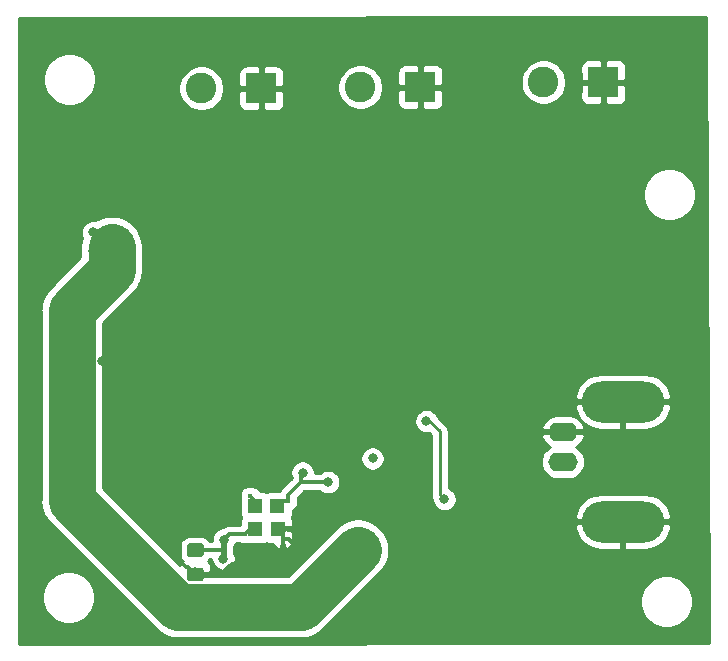
<source format=gbr>
G04 #@! TF.GenerationSoftware,KiCad,Pcbnew,(5.1.0)-1*
G04 #@! TF.CreationDate,2020-05-22T07:58:56-04:00*
G04 #@! TF.ProjectId,SiPMV4-30050,5369504d-5634-42d3-9330-3035302e6b69,rev?*
G04 #@! TF.SameCoordinates,Original*
G04 #@! TF.FileFunction,Copper,L2,Bot*
G04 #@! TF.FilePolarity,Positive*
%FSLAX46Y46*%
G04 Gerber Fmt 4.6, Leading zero omitted, Abs format (unit mm)*
G04 Created by KiCad (PCBNEW (5.1.0)-1) date 2020-05-22 07:58:56*
%MOMM*%
%LPD*%
G04 APERTURE LIST*
%ADD10O,7.000000X3.500000*%
%ADD11O,2.500000X1.600000*%
%ADD12R,0.420000X0.420000*%
%ADD13R,1.300000X1.300000*%
%ADD14C,0.100000*%
%ADD15C,1.150000*%
%ADD16C,2.600000*%
%ADD17R,2.600000X2.600000*%
%ADD18C,0.800000*%
%ADD19C,0.500000*%
%ADD20C,0.400000*%
%ADD21C,0.300000*%
%ADD22C,0.350000*%
%ADD23C,4.000000*%
%ADD24C,0.250000*%
%ADD25C,0.254000*%
G04 APERTURE END LIST*
D10*
X185808620Y-48145700D03*
X185808620Y-58305700D03*
D11*
X180728620Y-53225700D03*
X180728620Y-50685700D03*
D12*
X157008540Y-59770220D03*
X157418540Y-56540220D03*
X154238540Y-56120220D03*
X153828540Y-59350220D03*
D13*
X156568540Y-58910220D03*
X156558540Y-56980220D03*
X154678540Y-56980220D03*
X154688540Y-58910220D03*
D14*
G36*
X150080505Y-60123204D02*
G01*
X150104773Y-60126804D01*
X150128572Y-60132765D01*
X150151671Y-60141030D01*
X150173850Y-60151520D01*
X150194893Y-60164132D01*
X150214599Y-60178747D01*
X150232777Y-60195223D01*
X150249253Y-60213401D01*
X150263868Y-60233107D01*
X150276480Y-60254150D01*
X150286970Y-60276329D01*
X150295235Y-60299428D01*
X150301196Y-60323227D01*
X150304796Y-60347495D01*
X150306000Y-60371999D01*
X150306000Y-61022001D01*
X150304796Y-61046505D01*
X150301196Y-61070773D01*
X150295235Y-61094572D01*
X150286970Y-61117671D01*
X150276480Y-61139850D01*
X150263868Y-61160893D01*
X150249253Y-61180599D01*
X150232777Y-61198777D01*
X150214599Y-61215253D01*
X150194893Y-61229868D01*
X150173850Y-61242480D01*
X150151671Y-61252970D01*
X150128572Y-61261235D01*
X150104773Y-61267196D01*
X150080505Y-61270796D01*
X150056001Y-61272000D01*
X149155999Y-61272000D01*
X149131495Y-61270796D01*
X149107227Y-61267196D01*
X149083428Y-61261235D01*
X149060329Y-61252970D01*
X149038150Y-61242480D01*
X149017107Y-61229868D01*
X148997401Y-61215253D01*
X148979223Y-61198777D01*
X148962747Y-61180599D01*
X148948132Y-61160893D01*
X148935520Y-61139850D01*
X148925030Y-61117671D01*
X148916765Y-61094572D01*
X148910804Y-61070773D01*
X148907204Y-61046505D01*
X148906000Y-61022001D01*
X148906000Y-60371999D01*
X148907204Y-60347495D01*
X148910804Y-60323227D01*
X148916765Y-60299428D01*
X148925030Y-60276329D01*
X148935520Y-60254150D01*
X148948132Y-60233107D01*
X148962747Y-60213401D01*
X148979223Y-60195223D01*
X148997401Y-60178747D01*
X149017107Y-60164132D01*
X149038150Y-60151520D01*
X149060329Y-60141030D01*
X149083428Y-60132765D01*
X149107227Y-60126804D01*
X149131495Y-60123204D01*
X149155999Y-60122000D01*
X150056001Y-60122000D01*
X150080505Y-60123204D01*
X150080505Y-60123204D01*
G37*
D15*
X149606000Y-60697000D03*
D14*
G36*
X150080505Y-62173204D02*
G01*
X150104773Y-62176804D01*
X150128572Y-62182765D01*
X150151671Y-62191030D01*
X150173850Y-62201520D01*
X150194893Y-62214132D01*
X150214599Y-62228747D01*
X150232777Y-62245223D01*
X150249253Y-62263401D01*
X150263868Y-62283107D01*
X150276480Y-62304150D01*
X150286970Y-62326329D01*
X150295235Y-62349428D01*
X150301196Y-62373227D01*
X150304796Y-62397495D01*
X150306000Y-62421999D01*
X150306000Y-63072001D01*
X150304796Y-63096505D01*
X150301196Y-63120773D01*
X150295235Y-63144572D01*
X150286970Y-63167671D01*
X150276480Y-63189850D01*
X150263868Y-63210893D01*
X150249253Y-63230599D01*
X150232777Y-63248777D01*
X150214599Y-63265253D01*
X150194893Y-63279868D01*
X150173850Y-63292480D01*
X150151671Y-63302970D01*
X150128572Y-63311235D01*
X150104773Y-63317196D01*
X150080505Y-63320796D01*
X150056001Y-63322000D01*
X149155999Y-63322000D01*
X149131495Y-63320796D01*
X149107227Y-63317196D01*
X149083428Y-63311235D01*
X149060329Y-63302970D01*
X149038150Y-63292480D01*
X149017107Y-63279868D01*
X148997401Y-63265253D01*
X148979223Y-63248777D01*
X148962747Y-63230599D01*
X148948132Y-63210893D01*
X148935520Y-63189850D01*
X148925030Y-63167671D01*
X148916765Y-63144572D01*
X148910804Y-63120773D01*
X148907204Y-63096505D01*
X148906000Y-63072001D01*
X148906000Y-62421999D01*
X148907204Y-62397495D01*
X148910804Y-62373227D01*
X148916765Y-62349428D01*
X148925030Y-62326329D01*
X148935520Y-62304150D01*
X148948132Y-62283107D01*
X148962747Y-62263401D01*
X148979223Y-62245223D01*
X148997401Y-62228747D01*
X149017107Y-62214132D01*
X149038150Y-62201520D01*
X149060329Y-62191030D01*
X149083428Y-62182765D01*
X149107227Y-62176804D01*
X149131495Y-62173204D01*
X149155999Y-62172000D01*
X150056001Y-62172000D01*
X150080505Y-62173204D01*
X150080505Y-62173204D01*
G37*
D15*
X149606000Y-62747000D03*
D16*
X179070000Y-21082000D03*
D17*
X184150000Y-21082000D03*
D16*
X163568380Y-21503640D03*
D17*
X168648380Y-21503640D03*
X155191460Y-21600160D03*
D16*
X150111460Y-21600160D03*
D18*
X151980900Y-61417200D03*
X152028500Y-59807500D03*
X143306800Y-55880000D03*
X167513000Y-41910000D03*
X171460160Y-46339760D03*
X176992280Y-55219600D03*
X164615211Y-52939995D03*
X171958000Y-42926000D03*
X174752000Y-42672000D03*
X180848000Y-42672000D03*
X183896000Y-36576000D03*
X150114000Y-41402000D03*
X144780000Y-41402000D03*
X152871500Y-34253500D03*
X153111200Y-46278800D03*
X141732000Y-44704000D03*
X164909500Y-64168020D03*
X185592720Y-28839160D03*
X161798000Y-57658000D03*
X140936980Y-33794700D03*
X142788640Y-33794700D03*
X140975080Y-35372040D03*
X142788640Y-35410140D03*
X140896340Y-36870640D03*
X142514320Y-36987480D03*
X163385500Y-60657740D03*
X170688000Y-56388000D03*
X169164000Y-49784000D03*
X160858560Y-54950000D03*
X158688000Y-54144500D03*
D19*
X152028500Y-60638500D02*
X152028500Y-59807500D01*
D20*
X152028500Y-61369600D02*
X151980900Y-61417200D01*
D19*
X152028500Y-60638500D02*
X152028500Y-61369600D01*
D21*
X151970000Y-60697000D02*
X152028500Y-60638500D01*
X149606000Y-60697000D02*
X151970000Y-60697000D01*
X152485780Y-59350220D02*
X152028500Y-59807500D01*
X153828540Y-59350220D02*
X152485780Y-59350220D01*
X154268540Y-58910220D02*
X153828540Y-59350220D01*
X154688540Y-58910220D02*
X154268540Y-58910220D01*
D19*
X151384000Y-34798000D02*
X151384000Y-34544000D01*
D22*
X157988500Y-60788500D02*
X156933900Y-61843100D01*
X158388500Y-60788500D02*
X157988500Y-60788500D01*
X151798102Y-62747000D02*
X150406000Y-62747000D01*
X150406000Y-62747000D02*
X149606000Y-62747000D01*
X156933900Y-61843100D02*
X152702002Y-61843100D01*
X152702002Y-61843100D02*
X151798102Y-62747000D01*
X148982628Y-62123628D02*
X148785888Y-62123628D01*
X149606000Y-62747000D02*
X148982628Y-62123628D01*
X148785888Y-62123628D02*
X146194780Y-59532520D01*
D21*
X157988500Y-60240180D02*
X157988500Y-60788500D01*
X157008540Y-59770220D02*
X157518540Y-59770220D01*
X157518540Y-59770220D02*
X157988500Y-60240180D01*
X157008540Y-59350220D02*
X156568540Y-58910220D01*
X157008540Y-59770220D02*
X157008540Y-59350220D01*
X157008540Y-60280220D02*
X156959300Y-60329460D01*
X157008540Y-59770220D02*
X157008540Y-60280220D01*
X154678540Y-56560220D02*
X154238540Y-56120220D01*
X154678540Y-56980220D02*
X154678540Y-56560220D01*
D23*
X148141170Y-65522010D02*
X158521230Y-65522010D01*
X139131999Y-56512839D02*
X148141170Y-65522010D01*
X142514320Y-36987480D02*
X139131999Y-40369801D01*
X139131999Y-40369801D02*
X139131999Y-56512839D01*
X158521230Y-65522010D02*
X163385500Y-60657740D01*
X163385500Y-60657740D02*
X163385500Y-60657740D01*
X142514320Y-36987480D02*
X142514320Y-35036760D01*
D24*
X170288001Y-55988001D02*
X170288001Y-50654001D01*
X170688000Y-56388000D02*
X170288001Y-55988001D01*
X170288001Y-50654001D02*
X169418000Y-49784000D01*
X169418000Y-49784000D02*
X169164000Y-49784000D01*
D21*
X160847060Y-54938500D02*
X160858560Y-54950000D01*
X158538500Y-54938500D02*
X160847060Y-54938500D01*
X158538500Y-54938500D02*
X158538500Y-54144500D01*
X158538500Y-54144500D02*
X158688000Y-54144500D01*
X158510260Y-54938500D02*
X158538500Y-54938500D01*
X157418540Y-56540220D02*
X157418540Y-56030220D01*
X157418540Y-56030220D02*
X158510260Y-54938500D01*
X156998540Y-56540220D02*
X156558540Y-56980220D01*
X157418540Y-56540220D02*
X156998540Y-56540220D01*
D25*
G36*
X193088884Y-67854881D02*
G01*
X193085857Y-68603546D01*
X134674962Y-68628376D01*
X134665154Y-67598737D01*
X134664847Y-64463512D01*
X136659820Y-64463512D01*
X136659820Y-64903768D01*
X136745710Y-65335565D01*
X136914189Y-65742309D01*
X137158782Y-66108369D01*
X137470091Y-66419678D01*
X137836151Y-66664271D01*
X138242895Y-66832750D01*
X138674692Y-66918640D01*
X139114948Y-66918640D01*
X139546745Y-66832750D01*
X139953489Y-66664271D01*
X140319549Y-66419678D01*
X140630858Y-66108369D01*
X140875451Y-65742309D01*
X141043930Y-65335565D01*
X141129820Y-64903768D01*
X141129820Y-64463512D01*
X141043930Y-64031715D01*
X140875451Y-63624971D01*
X140630858Y-63258911D01*
X140319549Y-62947602D01*
X139953489Y-62703009D01*
X139546745Y-62534530D01*
X139114948Y-62448640D01*
X138674692Y-62448640D01*
X138242895Y-62534530D01*
X137836151Y-62703009D01*
X137470091Y-62947602D01*
X137158782Y-63258911D01*
X136914189Y-63624971D01*
X136745710Y-64031715D01*
X136659820Y-64463512D01*
X134664847Y-64463512D01*
X134662486Y-40369801D01*
X136484251Y-40369801D01*
X136496999Y-40499235D01*
X136497000Y-56383395D01*
X136484251Y-56512839D01*
X136535126Y-57029388D01*
X136685798Y-57526088D01*
X136744591Y-57636081D01*
X136930477Y-57983850D01*
X137010539Y-58081405D01*
X137157289Y-58260220D01*
X137259759Y-58385080D01*
X137360301Y-58467593D01*
X146186412Y-67293704D01*
X146268929Y-67394251D01*
X146670159Y-67723533D01*
X147127920Y-67968211D01*
X147624620Y-68118883D01*
X148011728Y-68157010D01*
X148011736Y-68157010D01*
X148141170Y-68169758D01*
X148270604Y-68157010D01*
X158391796Y-68157010D01*
X158521230Y-68169758D01*
X158650664Y-68157010D01*
X158650672Y-68157010D01*
X159037780Y-68118883D01*
X159534480Y-67968211D01*
X159992241Y-67723533D01*
X160393471Y-67394251D01*
X160475988Y-67293704D01*
X162915020Y-64854672D01*
X187269320Y-64854672D01*
X187269320Y-65294928D01*
X187355210Y-65726725D01*
X187523689Y-66133469D01*
X187768282Y-66499529D01*
X188079591Y-66810838D01*
X188445651Y-67055431D01*
X188852395Y-67223910D01*
X189284192Y-67309800D01*
X189724448Y-67309800D01*
X190156245Y-67223910D01*
X190562989Y-67055431D01*
X190929049Y-66810838D01*
X191240358Y-66499529D01*
X191484951Y-66133469D01*
X191653430Y-65726725D01*
X191739320Y-65294928D01*
X191739320Y-64854672D01*
X191653430Y-64422875D01*
X191484951Y-64016131D01*
X191240358Y-63650071D01*
X190929049Y-63338762D01*
X190562989Y-63094169D01*
X190156245Y-62925690D01*
X189724448Y-62839800D01*
X189284192Y-62839800D01*
X188852395Y-62925690D01*
X188445651Y-63094169D01*
X188079591Y-63338762D01*
X187768282Y-63650071D01*
X187523689Y-64016131D01*
X187355210Y-64422875D01*
X187269320Y-64854672D01*
X162915020Y-64854672D01*
X165157194Y-62612498D01*
X165257741Y-62529981D01*
X165587023Y-62128751D01*
X165831701Y-61670990D01*
X165982373Y-61174290D01*
X166033249Y-60657740D01*
X165982373Y-60141190D01*
X165831701Y-59644490D01*
X165587023Y-59186729D01*
X165272681Y-58803703D01*
X181726193Y-58803703D01*
X181806567Y-59101068D01*
X182005008Y-59525139D01*
X182282368Y-59902348D01*
X182627989Y-60218198D01*
X183028588Y-60460552D01*
X183468770Y-60620096D01*
X183931620Y-60690700D01*
X185681620Y-60690700D01*
X185681620Y-58432700D01*
X185935620Y-58432700D01*
X185935620Y-60690700D01*
X187685620Y-60690700D01*
X188148470Y-60620096D01*
X188588652Y-60460552D01*
X188989251Y-60218198D01*
X189334872Y-59902348D01*
X189612232Y-59525139D01*
X189810673Y-59101068D01*
X189891047Y-58803703D01*
X189781245Y-58432700D01*
X185935620Y-58432700D01*
X185681620Y-58432700D01*
X181835995Y-58432700D01*
X181726193Y-58803703D01*
X165272681Y-58803703D01*
X165257741Y-58785499D01*
X164856511Y-58456217D01*
X164398750Y-58211539D01*
X163902050Y-58060867D01*
X163514942Y-58022740D01*
X163514934Y-58022740D01*
X163385500Y-58009992D01*
X163256066Y-58022740D01*
X163256058Y-58022740D01*
X162868950Y-58060867D01*
X162372250Y-58211539D01*
X161914489Y-58456217D01*
X161513259Y-58785499D01*
X161430742Y-58886046D01*
X157429778Y-62887010D01*
X150795260Y-62887010D01*
X150782250Y-62874000D01*
X149733000Y-62874000D01*
X149733000Y-62887010D01*
X149479000Y-62887010D01*
X149479000Y-62874000D01*
X149459000Y-62874000D01*
X149459000Y-62620000D01*
X149479000Y-62620000D01*
X149479000Y-62600000D01*
X149733000Y-62600000D01*
X149733000Y-62620000D01*
X150782250Y-62620000D01*
X150941000Y-62461250D01*
X150944072Y-62172000D01*
X150931812Y-62047518D01*
X150895502Y-61927820D01*
X150836537Y-61817506D01*
X150757185Y-61720815D01*
X150677406Y-61655342D01*
X150683962Y-61649962D01*
X150794405Y-61515387D01*
X150812251Y-61482000D01*
X150945900Y-61482000D01*
X150945900Y-61519139D01*
X150985674Y-61719098D01*
X151063695Y-61907456D01*
X151176963Y-62076974D01*
X151321126Y-62221137D01*
X151490644Y-62334405D01*
X151679002Y-62412426D01*
X151878961Y-62452200D01*
X152082839Y-62452200D01*
X152282798Y-62412426D01*
X152471156Y-62334405D01*
X152640674Y-62221137D01*
X152784837Y-62076974D01*
X152898105Y-61907456D01*
X152976126Y-61719098D01*
X153015900Y-61519139D01*
X153015900Y-61315261D01*
X152976126Y-61115302D01*
X152913500Y-60964111D01*
X152913500Y-60345954D01*
X152945705Y-60297756D01*
X153013030Y-60135220D01*
X153347229Y-60135220D01*
X153374360Y-60149722D01*
X153494058Y-60186032D01*
X153618540Y-60198292D01*
X155338540Y-60198292D01*
X155463022Y-60186032D01*
X155582720Y-60149722D01*
X155628540Y-60125230D01*
X155674360Y-60149722D01*
X155794058Y-60186032D01*
X155918540Y-60198292D01*
X156201132Y-60195909D01*
X156216650Y-60242022D01*
X156278906Y-60350513D01*
X156361131Y-60444773D01*
X156460166Y-60521181D01*
X156572204Y-60576800D01*
X156692940Y-60609493D01*
X156766790Y-60615220D01*
X156925540Y-60456470D01*
X156925540Y-60195821D01*
X157091540Y-60197221D01*
X157091540Y-60456470D01*
X157250290Y-60615220D01*
X157324140Y-60609493D01*
X157444876Y-60576800D01*
X157556914Y-60521181D01*
X157655949Y-60444773D01*
X157738174Y-60350513D01*
X157800430Y-60242022D01*
X157840324Y-60123470D01*
X157853540Y-60011970D01*
X157751587Y-59910017D01*
X157808042Y-59804400D01*
X157844352Y-59684702D01*
X157856612Y-59560220D01*
X157853540Y-59195970D01*
X157694790Y-59037220D01*
X157580194Y-59037220D01*
X157556914Y-59019259D01*
X157444876Y-58963640D01*
X157324140Y-58930947D01*
X157250290Y-58925220D01*
X157138290Y-59037220D01*
X156878790Y-59037220D01*
X156766790Y-58925220D01*
X156692940Y-58930947D01*
X156572204Y-58963640D01*
X156460166Y-59019259D01*
X156436886Y-59037220D01*
X156421540Y-59037220D01*
X156421540Y-58783220D01*
X156441540Y-58783220D01*
X156441540Y-58763220D01*
X156695540Y-58763220D01*
X156695540Y-58783220D01*
X157694790Y-58783220D01*
X157853540Y-58624470D01*
X157856612Y-58260220D01*
X157844352Y-58135738D01*
X157808042Y-58016040D01*
X157765187Y-57935866D01*
X157798042Y-57874400D01*
X157818276Y-57807697D01*
X181726193Y-57807697D01*
X181835995Y-58178700D01*
X185681620Y-58178700D01*
X185681620Y-58158700D01*
X185935620Y-58158700D01*
X185935620Y-58178700D01*
X189781245Y-58178700D01*
X189891047Y-57807697D01*
X189810673Y-57510332D01*
X189612232Y-57086261D01*
X189334872Y-56709052D01*
X188989251Y-56393202D01*
X188588652Y-56150848D01*
X188148470Y-55991304D01*
X187685620Y-55920700D01*
X183931620Y-55920700D01*
X183468770Y-55991304D01*
X183028588Y-56150848D01*
X182627989Y-56393202D01*
X182282368Y-56709052D01*
X182005008Y-57086261D01*
X181806567Y-57510332D01*
X181726193Y-57807697D01*
X157818276Y-57807697D01*
X157834352Y-57754702D01*
X157846612Y-57630220D01*
X157846612Y-57347642D01*
X157872720Y-57339722D01*
X157983034Y-57280757D01*
X158079725Y-57201405D01*
X158159077Y-57104714D01*
X158218042Y-56994400D01*
X158254352Y-56874702D01*
X158266612Y-56750220D01*
X158266612Y-56330220D01*
X158263213Y-56295705D01*
X158835418Y-55723500D01*
X160168349Y-55723500D01*
X160198786Y-55753937D01*
X160368304Y-55867205D01*
X160556662Y-55945226D01*
X160756621Y-55985000D01*
X160960499Y-55985000D01*
X161160458Y-55945226D01*
X161348816Y-55867205D01*
X161518334Y-55753937D01*
X161662497Y-55609774D01*
X161775765Y-55440256D01*
X161853786Y-55251898D01*
X161893560Y-55051939D01*
X161893560Y-54848061D01*
X161853786Y-54648102D01*
X161775765Y-54459744D01*
X161662497Y-54290226D01*
X161518334Y-54146063D01*
X161348816Y-54032795D01*
X161160458Y-53954774D01*
X160960499Y-53915000D01*
X160756621Y-53915000D01*
X160556662Y-53954774D01*
X160368304Y-54032795D01*
X160198786Y-54146063D01*
X160191349Y-54153500D01*
X159723000Y-54153500D01*
X159723000Y-54042561D01*
X159683226Y-53842602D01*
X159605205Y-53654244D01*
X159491937Y-53484726D01*
X159347774Y-53340563D01*
X159178256Y-53227295D01*
X158989898Y-53149274D01*
X158789939Y-53109500D01*
X158586061Y-53109500D01*
X158386102Y-53149274D01*
X158197744Y-53227295D01*
X158028226Y-53340563D01*
X157884063Y-53484726D01*
X157770795Y-53654244D01*
X157692774Y-53842602D01*
X157653000Y-54042561D01*
X157653000Y-54246439D01*
X157692774Y-54446398D01*
X157751186Y-54587416D01*
X156890725Y-55447878D01*
X156860777Y-55472456D01*
X156836197Y-55502406D01*
X156836195Y-55502408D01*
X156822506Y-55519088D01*
X156762678Y-55591987D01*
X156709141Y-55692148D01*
X155908540Y-55692148D01*
X155784058Y-55704408D01*
X155664360Y-55740718D01*
X155618540Y-55765210D01*
X155572720Y-55740718D01*
X155453022Y-55704408D01*
X155328540Y-55692148D01*
X155045962Y-55692148D01*
X155038042Y-55666040D01*
X154979077Y-55555726D01*
X154899725Y-55459035D01*
X154803034Y-55379683D01*
X154692720Y-55320718D01*
X154573022Y-55284408D01*
X154448540Y-55272148D01*
X154028540Y-55272148D01*
X153904058Y-55284408D01*
X153784360Y-55320718D01*
X153674046Y-55379683D01*
X153577355Y-55459035D01*
X153498003Y-55555726D01*
X153439038Y-55666040D01*
X153402728Y-55785738D01*
X153390468Y-55910220D01*
X153390468Y-57630220D01*
X153402728Y-57754702D01*
X153439038Y-57874400D01*
X153481893Y-57954574D01*
X153449038Y-58016040D01*
X153412728Y-58135738D01*
X153400468Y-58260220D01*
X153400468Y-58542798D01*
X153374360Y-58550718D01*
X153347229Y-58565220D01*
X152524336Y-58565220D01*
X152485780Y-58561423D01*
X152447224Y-58565220D01*
X152447219Y-58565220D01*
X152406806Y-58569200D01*
X152331893Y-58576578D01*
X152222763Y-58609683D01*
X152183920Y-58621466D01*
X152047547Y-58694358D01*
X151952332Y-58772500D01*
X151926561Y-58772500D01*
X151726602Y-58812274D01*
X151538244Y-58890295D01*
X151368726Y-59003563D01*
X151224563Y-59147726D01*
X151111295Y-59317244D01*
X151033274Y-59505602D01*
X150993500Y-59705561D01*
X150993500Y-59909439D01*
X150994009Y-59912000D01*
X150812251Y-59912000D01*
X150794405Y-59878613D01*
X150683962Y-59744038D01*
X150549387Y-59633595D01*
X150395851Y-59551528D01*
X150229255Y-59500992D01*
X150056001Y-59483928D01*
X149155999Y-59483928D01*
X148982745Y-59500992D01*
X148816149Y-59551528D01*
X148662613Y-59633595D01*
X148528038Y-59744038D01*
X148417595Y-59878613D01*
X148335528Y-60032149D01*
X148284992Y-60198745D01*
X148267928Y-60371999D01*
X148267928Y-61022001D01*
X148284992Y-61195255D01*
X148335528Y-61361851D01*
X148417595Y-61515387D01*
X148528038Y-61649962D01*
X148534594Y-61655342D01*
X148454815Y-61720815D01*
X148375463Y-61817506D01*
X148316498Y-61927820D01*
X148306475Y-61960863D01*
X141766999Y-55421387D01*
X141766999Y-52838056D01*
X163580211Y-52838056D01*
X163580211Y-53041934D01*
X163619985Y-53241893D01*
X163698006Y-53430251D01*
X163811274Y-53599769D01*
X163955437Y-53743932D01*
X164124955Y-53857200D01*
X164313313Y-53935221D01*
X164513272Y-53974995D01*
X164717150Y-53974995D01*
X164917109Y-53935221D01*
X165105467Y-53857200D01*
X165274985Y-53743932D01*
X165419148Y-53599769D01*
X165532416Y-53430251D01*
X165610437Y-53241893D01*
X165650211Y-53041934D01*
X165650211Y-52838056D01*
X165610437Y-52638097D01*
X165532416Y-52449739D01*
X165419148Y-52280221D01*
X165274985Y-52136058D01*
X165105467Y-52022790D01*
X164917109Y-51944769D01*
X164717150Y-51904995D01*
X164513272Y-51904995D01*
X164313313Y-51944769D01*
X164124955Y-52022790D01*
X163955437Y-52136058D01*
X163811274Y-52280221D01*
X163698006Y-52449739D01*
X163619985Y-52638097D01*
X163580211Y-52838056D01*
X141766999Y-52838056D01*
X141766999Y-49682061D01*
X168129000Y-49682061D01*
X168129000Y-49885939D01*
X168168774Y-50085898D01*
X168246795Y-50274256D01*
X168360063Y-50443774D01*
X168504226Y-50587937D01*
X168673744Y-50701205D01*
X168862102Y-50779226D01*
X169062061Y-50819000D01*
X169265939Y-50819000D01*
X169359574Y-50800375D01*
X169528002Y-50968804D01*
X169528001Y-55950678D01*
X169524325Y-55988001D01*
X169528001Y-56025323D01*
X169528001Y-56025333D01*
X169538998Y-56136986D01*
X169575816Y-56258360D01*
X169582455Y-56280247D01*
X169653000Y-56412226D01*
X169653000Y-56489939D01*
X169692774Y-56689898D01*
X169770795Y-56878256D01*
X169884063Y-57047774D01*
X170028226Y-57191937D01*
X170197744Y-57305205D01*
X170386102Y-57383226D01*
X170586061Y-57423000D01*
X170789939Y-57423000D01*
X170989898Y-57383226D01*
X171178256Y-57305205D01*
X171347774Y-57191937D01*
X171491937Y-57047774D01*
X171605205Y-56878256D01*
X171683226Y-56689898D01*
X171723000Y-56489939D01*
X171723000Y-56286061D01*
X171683226Y-56086102D01*
X171605205Y-55897744D01*
X171491937Y-55728226D01*
X171347774Y-55584063D01*
X171178256Y-55470795D01*
X171048001Y-55416841D01*
X171048001Y-53225700D01*
X178836677Y-53225700D01*
X178864384Y-53507009D01*
X178946438Y-53777508D01*
X179079688Y-54026801D01*
X179259012Y-54245308D01*
X179477519Y-54424632D01*
X179726812Y-54557882D01*
X179997311Y-54639936D01*
X180208128Y-54660700D01*
X181249112Y-54660700D01*
X181459929Y-54639936D01*
X181730428Y-54557882D01*
X181979721Y-54424632D01*
X182198228Y-54245308D01*
X182377552Y-54026801D01*
X182510802Y-53777508D01*
X182592856Y-53507009D01*
X182620563Y-53225700D01*
X182592856Y-52944391D01*
X182510802Y-52673892D01*
X182377552Y-52424599D01*
X182198228Y-52206092D01*
X181979721Y-52026768D01*
X181851879Y-51958435D01*
X182081459Y-51808301D01*
X182283120Y-51610595D01*
X182442335Y-51377346D01*
X182552987Y-51117518D01*
X182570524Y-51034739D01*
X182448535Y-50812700D01*
X180855620Y-50812700D01*
X180855620Y-50832700D01*
X180601620Y-50832700D01*
X180601620Y-50812700D01*
X179008705Y-50812700D01*
X178886716Y-51034739D01*
X178904253Y-51117518D01*
X179014905Y-51377346D01*
X179174120Y-51610595D01*
X179375781Y-51808301D01*
X179605361Y-51958435D01*
X179477519Y-52026768D01*
X179259012Y-52206092D01*
X179079688Y-52424599D01*
X178946438Y-52673892D01*
X178864384Y-52944391D01*
X178836677Y-53225700D01*
X171048001Y-53225700D01*
X171048001Y-50691323D01*
X171051677Y-50654000D01*
X171048001Y-50616677D01*
X171048001Y-50616668D01*
X171037004Y-50505015D01*
X170993547Y-50361754D01*
X170980135Y-50336661D01*
X178886716Y-50336661D01*
X179008705Y-50558700D01*
X180601620Y-50558700D01*
X180601620Y-50538700D01*
X180855620Y-50538700D01*
X180855620Y-50558700D01*
X182448535Y-50558700D01*
X182570524Y-50336661D01*
X182552987Y-50253882D01*
X182442335Y-49994054D01*
X182283120Y-49760805D01*
X182081459Y-49563099D01*
X181845103Y-49408534D01*
X181583134Y-49303050D01*
X181305620Y-49250700D01*
X180151620Y-49250700D01*
X179874106Y-49303050D01*
X179612137Y-49408534D01*
X179375781Y-49563099D01*
X179174120Y-49760805D01*
X179014905Y-49994054D01*
X178904253Y-50253882D01*
X178886716Y-50336661D01*
X170980135Y-50336661D01*
X170922975Y-50229725D01*
X170828002Y-50114000D01*
X170799004Y-50090202D01*
X170136827Y-49428025D01*
X170081205Y-49293744D01*
X169967937Y-49124226D01*
X169823774Y-48980063D01*
X169654256Y-48866795D01*
X169465898Y-48788774D01*
X169265939Y-48749000D01*
X169062061Y-48749000D01*
X168862102Y-48788774D01*
X168673744Y-48866795D01*
X168504226Y-48980063D01*
X168360063Y-49124226D01*
X168246795Y-49293744D01*
X168168774Y-49482102D01*
X168129000Y-49682061D01*
X141766999Y-49682061D01*
X141766999Y-48643703D01*
X181726193Y-48643703D01*
X181806567Y-48941068D01*
X182005008Y-49365139D01*
X182282368Y-49742348D01*
X182627989Y-50058198D01*
X183028588Y-50300552D01*
X183468770Y-50460096D01*
X183931620Y-50530700D01*
X185681620Y-50530700D01*
X185681620Y-48272700D01*
X185935620Y-48272700D01*
X185935620Y-50530700D01*
X187685620Y-50530700D01*
X188148470Y-50460096D01*
X188588652Y-50300552D01*
X188989251Y-50058198D01*
X189334872Y-49742348D01*
X189612232Y-49365139D01*
X189810673Y-48941068D01*
X189891047Y-48643703D01*
X189781245Y-48272700D01*
X185935620Y-48272700D01*
X185681620Y-48272700D01*
X181835995Y-48272700D01*
X181726193Y-48643703D01*
X141766999Y-48643703D01*
X141766999Y-47647697D01*
X181726193Y-47647697D01*
X181835995Y-48018700D01*
X185681620Y-48018700D01*
X185681620Y-47998700D01*
X185935620Y-47998700D01*
X185935620Y-48018700D01*
X189781245Y-48018700D01*
X189891047Y-47647697D01*
X189810673Y-47350332D01*
X189612232Y-46926261D01*
X189334872Y-46549052D01*
X188989251Y-46233202D01*
X188588652Y-45990848D01*
X188148470Y-45831304D01*
X187685620Y-45760700D01*
X183931620Y-45760700D01*
X183468770Y-45831304D01*
X183028588Y-45990848D01*
X182627989Y-46233202D01*
X182282368Y-46549052D01*
X182005008Y-46926261D01*
X181806567Y-47350332D01*
X181726193Y-47647697D01*
X141766999Y-47647697D01*
X141766999Y-41461253D01*
X144286020Y-38942233D01*
X144386561Y-38859721D01*
X144715843Y-38458491D01*
X144960521Y-38000730D01*
X144989656Y-37904685D01*
X145111193Y-37504031D01*
X145116266Y-37452522D01*
X145149320Y-37116922D01*
X145149320Y-37116915D01*
X145162068Y-36987481D01*
X145149320Y-36858047D01*
X145149320Y-34907319D01*
X145111193Y-34520210D01*
X144960521Y-34023510D01*
X144715843Y-33565749D01*
X144386561Y-33164519D01*
X143985331Y-32835237D01*
X143527570Y-32590559D01*
X143030870Y-32439887D01*
X142514320Y-32389011D01*
X141997771Y-32439887D01*
X141501071Y-32590559D01*
X141145112Y-32780823D01*
X141038919Y-32759700D01*
X140835041Y-32759700D01*
X140635082Y-32799474D01*
X140446724Y-32877495D01*
X140277206Y-32990763D01*
X140133043Y-33134926D01*
X140019775Y-33304444D01*
X139941754Y-33492802D01*
X139901980Y-33692761D01*
X139901980Y-33896639D01*
X139941754Y-34096598D01*
X140001901Y-34241804D01*
X139917447Y-34520210D01*
X139879320Y-34907318D01*
X139879320Y-35896027D01*
X137360305Y-38415043D01*
X137259758Y-38497560D01*
X136930476Y-38898791D01*
X136685798Y-39356552D01*
X136535126Y-39853252D01*
X136496999Y-40240360D01*
X136496999Y-40240367D01*
X136484251Y-40369801D01*
X134662486Y-40369801D01*
X134661510Y-30397032D01*
X187485220Y-30397032D01*
X187485220Y-30837288D01*
X187571110Y-31269085D01*
X187739589Y-31675829D01*
X187984182Y-32041889D01*
X188295491Y-32353198D01*
X188661551Y-32597791D01*
X189068295Y-32766270D01*
X189500092Y-32852160D01*
X189940348Y-32852160D01*
X190372145Y-32766270D01*
X190778889Y-32597791D01*
X191144949Y-32353198D01*
X191456258Y-32041889D01*
X191700851Y-31675829D01*
X191869330Y-31269085D01*
X191955220Y-30837288D01*
X191955220Y-30397032D01*
X191869330Y-29965235D01*
X191700851Y-29558491D01*
X191456258Y-29192431D01*
X191144949Y-28881122D01*
X190778889Y-28636529D01*
X190372145Y-28468050D01*
X189940348Y-28382160D01*
X189500092Y-28382160D01*
X189068295Y-28468050D01*
X188661551Y-28636529D01*
X188295491Y-28881122D01*
X187984182Y-29192431D01*
X187739589Y-29558491D01*
X187571110Y-29965235D01*
X187485220Y-30397032D01*
X134661510Y-30397032D01*
X134660550Y-20607872D01*
X136703000Y-20607872D01*
X136703000Y-21048128D01*
X136788890Y-21479925D01*
X136957369Y-21886669D01*
X137201962Y-22252729D01*
X137513271Y-22564038D01*
X137879331Y-22808631D01*
X138286075Y-22977110D01*
X138717872Y-23063000D01*
X139158128Y-23063000D01*
X139589925Y-22977110D01*
X139996669Y-22808631D01*
X140362729Y-22564038D01*
X140674038Y-22252729D01*
X140918631Y-21886669D01*
X141087110Y-21479925D01*
X141101102Y-21409579D01*
X148176460Y-21409579D01*
X148176460Y-21790741D01*
X148250821Y-22164579D01*
X148396685Y-22516726D01*
X148608447Y-22833651D01*
X148877969Y-23103173D01*
X149194894Y-23314935D01*
X149547041Y-23460799D01*
X149920879Y-23535160D01*
X150302041Y-23535160D01*
X150675879Y-23460799D01*
X151028026Y-23314935D01*
X151344951Y-23103173D01*
X151547964Y-22900160D01*
X153253388Y-22900160D01*
X153265648Y-23024642D01*
X153301958Y-23144340D01*
X153360923Y-23254654D01*
X153440275Y-23351345D01*
X153536966Y-23430697D01*
X153647280Y-23489662D01*
X153766978Y-23525972D01*
X153891460Y-23538232D01*
X154905710Y-23535160D01*
X155064460Y-23376410D01*
X155064460Y-21727160D01*
X155318460Y-21727160D01*
X155318460Y-23376410D01*
X155477210Y-23535160D01*
X156491460Y-23538232D01*
X156615942Y-23525972D01*
X156735640Y-23489662D01*
X156845954Y-23430697D01*
X156942645Y-23351345D01*
X157021997Y-23254654D01*
X157080962Y-23144340D01*
X157117272Y-23024642D01*
X157129532Y-22900160D01*
X157126460Y-21885910D01*
X156967710Y-21727160D01*
X155318460Y-21727160D01*
X155064460Y-21727160D01*
X153415210Y-21727160D01*
X153256460Y-21885910D01*
X153253388Y-22900160D01*
X151547964Y-22900160D01*
X151614473Y-22833651D01*
X151826235Y-22516726D01*
X151972099Y-22164579D01*
X152046460Y-21790741D01*
X152046460Y-21409579D01*
X151972099Y-21035741D01*
X151826235Y-20683594D01*
X151614473Y-20366669D01*
X151547964Y-20300160D01*
X153253388Y-20300160D01*
X153256460Y-21314410D01*
X153415210Y-21473160D01*
X155064460Y-21473160D01*
X155064460Y-19823910D01*
X155318460Y-19823910D01*
X155318460Y-21473160D01*
X156967710Y-21473160D01*
X157126460Y-21314410D01*
X157126464Y-21313059D01*
X161633380Y-21313059D01*
X161633380Y-21694221D01*
X161707741Y-22068059D01*
X161853605Y-22420206D01*
X162065367Y-22737131D01*
X162334889Y-23006653D01*
X162651814Y-23218415D01*
X163003961Y-23364279D01*
X163377799Y-23438640D01*
X163758961Y-23438640D01*
X164132799Y-23364279D01*
X164484946Y-23218415D01*
X164801871Y-23006653D01*
X165004884Y-22803640D01*
X166710308Y-22803640D01*
X166722568Y-22928122D01*
X166758878Y-23047820D01*
X166817843Y-23158134D01*
X166897195Y-23254825D01*
X166993886Y-23334177D01*
X167104200Y-23393142D01*
X167223898Y-23429452D01*
X167348380Y-23441712D01*
X168362630Y-23438640D01*
X168521380Y-23279890D01*
X168521380Y-21630640D01*
X168775380Y-21630640D01*
X168775380Y-23279890D01*
X168934130Y-23438640D01*
X169948380Y-23441712D01*
X170072862Y-23429452D01*
X170192560Y-23393142D01*
X170302874Y-23334177D01*
X170399565Y-23254825D01*
X170478917Y-23158134D01*
X170537882Y-23047820D01*
X170574192Y-22928122D01*
X170586452Y-22803640D01*
X170583380Y-21789390D01*
X170424630Y-21630640D01*
X168775380Y-21630640D01*
X168521380Y-21630640D01*
X166872130Y-21630640D01*
X166713380Y-21789390D01*
X166710308Y-22803640D01*
X165004884Y-22803640D01*
X165071393Y-22737131D01*
X165283155Y-22420206D01*
X165429019Y-22068059D01*
X165503380Y-21694221D01*
X165503380Y-21313059D01*
X165429019Y-20939221D01*
X165283155Y-20587074D01*
X165071393Y-20270149D01*
X165004884Y-20203640D01*
X166710308Y-20203640D01*
X166713380Y-21217890D01*
X166872130Y-21376640D01*
X168521380Y-21376640D01*
X168521380Y-19727390D01*
X168775380Y-19727390D01*
X168775380Y-21376640D01*
X170424630Y-21376640D01*
X170583380Y-21217890D01*
X170584368Y-20891419D01*
X177135000Y-20891419D01*
X177135000Y-21272581D01*
X177209361Y-21646419D01*
X177355225Y-21998566D01*
X177566987Y-22315491D01*
X177836509Y-22585013D01*
X178153434Y-22796775D01*
X178505581Y-22942639D01*
X178879419Y-23017000D01*
X179260581Y-23017000D01*
X179634419Y-22942639D01*
X179986566Y-22796775D01*
X180303491Y-22585013D01*
X180506504Y-22382000D01*
X182211928Y-22382000D01*
X182224188Y-22506482D01*
X182260498Y-22626180D01*
X182319463Y-22736494D01*
X182398815Y-22833185D01*
X182495506Y-22912537D01*
X182605820Y-22971502D01*
X182725518Y-23007812D01*
X182850000Y-23020072D01*
X183864250Y-23017000D01*
X184023000Y-22858250D01*
X184023000Y-21209000D01*
X184277000Y-21209000D01*
X184277000Y-22858250D01*
X184435750Y-23017000D01*
X185450000Y-23020072D01*
X185574482Y-23007812D01*
X185694180Y-22971502D01*
X185804494Y-22912537D01*
X185901185Y-22833185D01*
X185980537Y-22736494D01*
X186039502Y-22626180D01*
X186075812Y-22506482D01*
X186088072Y-22382000D01*
X186085000Y-21367750D01*
X185926250Y-21209000D01*
X184277000Y-21209000D01*
X184023000Y-21209000D01*
X182373750Y-21209000D01*
X182215000Y-21367750D01*
X182211928Y-22382000D01*
X180506504Y-22382000D01*
X180573013Y-22315491D01*
X180784775Y-21998566D01*
X180930639Y-21646419D01*
X181005000Y-21272581D01*
X181005000Y-20891419D01*
X180930639Y-20517581D01*
X180784775Y-20165434D01*
X180573013Y-19848509D01*
X180506504Y-19782000D01*
X182211928Y-19782000D01*
X182215000Y-20796250D01*
X182373750Y-20955000D01*
X184023000Y-20955000D01*
X184023000Y-19305750D01*
X184277000Y-19305750D01*
X184277000Y-20955000D01*
X185926250Y-20955000D01*
X186085000Y-20796250D01*
X186088072Y-19782000D01*
X186075812Y-19657518D01*
X186039502Y-19537820D01*
X185980537Y-19427506D01*
X185901185Y-19330815D01*
X185804494Y-19251463D01*
X185694180Y-19192498D01*
X185574482Y-19156188D01*
X185450000Y-19143928D01*
X184435750Y-19147000D01*
X184277000Y-19305750D01*
X184023000Y-19305750D01*
X183864250Y-19147000D01*
X182850000Y-19143928D01*
X182725518Y-19156188D01*
X182605820Y-19192498D01*
X182495506Y-19251463D01*
X182398815Y-19330815D01*
X182319463Y-19427506D01*
X182260498Y-19537820D01*
X182224188Y-19657518D01*
X182211928Y-19782000D01*
X180506504Y-19782000D01*
X180303491Y-19578987D01*
X179986566Y-19367225D01*
X179634419Y-19221361D01*
X179260581Y-19147000D01*
X178879419Y-19147000D01*
X178505581Y-19221361D01*
X178153434Y-19367225D01*
X177836509Y-19578987D01*
X177566987Y-19848509D01*
X177355225Y-20165434D01*
X177209361Y-20517581D01*
X177135000Y-20891419D01*
X170584368Y-20891419D01*
X170586452Y-20203640D01*
X170574192Y-20079158D01*
X170537882Y-19959460D01*
X170478917Y-19849146D01*
X170399565Y-19752455D01*
X170302874Y-19673103D01*
X170192560Y-19614138D01*
X170072862Y-19577828D01*
X169948380Y-19565568D01*
X168934130Y-19568640D01*
X168775380Y-19727390D01*
X168521380Y-19727390D01*
X168362630Y-19568640D01*
X167348380Y-19565568D01*
X167223898Y-19577828D01*
X167104200Y-19614138D01*
X166993886Y-19673103D01*
X166897195Y-19752455D01*
X166817843Y-19849146D01*
X166758878Y-19959460D01*
X166722568Y-20079158D01*
X166710308Y-20203640D01*
X165004884Y-20203640D01*
X164801871Y-20000627D01*
X164484946Y-19788865D01*
X164132799Y-19643001D01*
X163758961Y-19568640D01*
X163377799Y-19568640D01*
X163003961Y-19643001D01*
X162651814Y-19788865D01*
X162334889Y-20000627D01*
X162065367Y-20270149D01*
X161853605Y-20587074D01*
X161707741Y-20939221D01*
X161633380Y-21313059D01*
X157126464Y-21313059D01*
X157129532Y-20300160D01*
X157117272Y-20175678D01*
X157080962Y-20055980D01*
X157021997Y-19945666D01*
X156942645Y-19848975D01*
X156845954Y-19769623D01*
X156735640Y-19710658D01*
X156615942Y-19674348D01*
X156491460Y-19662088D01*
X155477210Y-19665160D01*
X155318460Y-19823910D01*
X155064460Y-19823910D01*
X154905710Y-19665160D01*
X153891460Y-19662088D01*
X153766978Y-19674348D01*
X153647280Y-19710658D01*
X153536966Y-19769623D01*
X153440275Y-19848975D01*
X153360923Y-19945666D01*
X153301958Y-20055980D01*
X153265648Y-20175678D01*
X153253388Y-20300160D01*
X151547964Y-20300160D01*
X151344951Y-20097147D01*
X151028026Y-19885385D01*
X150675879Y-19739521D01*
X150302041Y-19665160D01*
X149920879Y-19665160D01*
X149547041Y-19739521D01*
X149194894Y-19885385D01*
X148877969Y-20097147D01*
X148608447Y-20366669D01*
X148396685Y-20683594D01*
X148250821Y-21035741D01*
X148176460Y-21409579D01*
X141101102Y-21409579D01*
X141173000Y-21048128D01*
X141173000Y-20607872D01*
X141087110Y-20176075D01*
X140918631Y-19769331D01*
X140674038Y-19403271D01*
X140362729Y-19091962D01*
X139996669Y-18847369D01*
X139589925Y-18678890D01*
X139158128Y-18593000D01*
X138717872Y-18593000D01*
X138286075Y-18678890D01*
X137879331Y-18847369D01*
X137513271Y-19091962D01*
X137201962Y-19403271D01*
X136957369Y-19769331D01*
X136788890Y-20176075D01*
X136703000Y-20607872D01*
X134660550Y-20607872D01*
X134660064Y-15659280D01*
X192815251Y-15595915D01*
X193088884Y-67854881D01*
X193088884Y-67854881D01*
G37*
X193088884Y-67854881D02*
X193085857Y-68603546D01*
X134674962Y-68628376D01*
X134665154Y-67598737D01*
X134664847Y-64463512D01*
X136659820Y-64463512D01*
X136659820Y-64903768D01*
X136745710Y-65335565D01*
X136914189Y-65742309D01*
X137158782Y-66108369D01*
X137470091Y-66419678D01*
X137836151Y-66664271D01*
X138242895Y-66832750D01*
X138674692Y-66918640D01*
X139114948Y-66918640D01*
X139546745Y-66832750D01*
X139953489Y-66664271D01*
X140319549Y-66419678D01*
X140630858Y-66108369D01*
X140875451Y-65742309D01*
X141043930Y-65335565D01*
X141129820Y-64903768D01*
X141129820Y-64463512D01*
X141043930Y-64031715D01*
X140875451Y-63624971D01*
X140630858Y-63258911D01*
X140319549Y-62947602D01*
X139953489Y-62703009D01*
X139546745Y-62534530D01*
X139114948Y-62448640D01*
X138674692Y-62448640D01*
X138242895Y-62534530D01*
X137836151Y-62703009D01*
X137470091Y-62947602D01*
X137158782Y-63258911D01*
X136914189Y-63624971D01*
X136745710Y-64031715D01*
X136659820Y-64463512D01*
X134664847Y-64463512D01*
X134662486Y-40369801D01*
X136484251Y-40369801D01*
X136496999Y-40499235D01*
X136497000Y-56383395D01*
X136484251Y-56512839D01*
X136535126Y-57029388D01*
X136685798Y-57526088D01*
X136744591Y-57636081D01*
X136930477Y-57983850D01*
X137010539Y-58081405D01*
X137157289Y-58260220D01*
X137259759Y-58385080D01*
X137360301Y-58467593D01*
X146186412Y-67293704D01*
X146268929Y-67394251D01*
X146670159Y-67723533D01*
X147127920Y-67968211D01*
X147624620Y-68118883D01*
X148011728Y-68157010D01*
X148011736Y-68157010D01*
X148141170Y-68169758D01*
X148270604Y-68157010D01*
X158391796Y-68157010D01*
X158521230Y-68169758D01*
X158650664Y-68157010D01*
X158650672Y-68157010D01*
X159037780Y-68118883D01*
X159534480Y-67968211D01*
X159992241Y-67723533D01*
X160393471Y-67394251D01*
X160475988Y-67293704D01*
X162915020Y-64854672D01*
X187269320Y-64854672D01*
X187269320Y-65294928D01*
X187355210Y-65726725D01*
X187523689Y-66133469D01*
X187768282Y-66499529D01*
X188079591Y-66810838D01*
X188445651Y-67055431D01*
X188852395Y-67223910D01*
X189284192Y-67309800D01*
X189724448Y-67309800D01*
X190156245Y-67223910D01*
X190562989Y-67055431D01*
X190929049Y-66810838D01*
X191240358Y-66499529D01*
X191484951Y-66133469D01*
X191653430Y-65726725D01*
X191739320Y-65294928D01*
X191739320Y-64854672D01*
X191653430Y-64422875D01*
X191484951Y-64016131D01*
X191240358Y-63650071D01*
X190929049Y-63338762D01*
X190562989Y-63094169D01*
X190156245Y-62925690D01*
X189724448Y-62839800D01*
X189284192Y-62839800D01*
X188852395Y-62925690D01*
X188445651Y-63094169D01*
X188079591Y-63338762D01*
X187768282Y-63650071D01*
X187523689Y-64016131D01*
X187355210Y-64422875D01*
X187269320Y-64854672D01*
X162915020Y-64854672D01*
X165157194Y-62612498D01*
X165257741Y-62529981D01*
X165587023Y-62128751D01*
X165831701Y-61670990D01*
X165982373Y-61174290D01*
X166033249Y-60657740D01*
X165982373Y-60141190D01*
X165831701Y-59644490D01*
X165587023Y-59186729D01*
X165272681Y-58803703D01*
X181726193Y-58803703D01*
X181806567Y-59101068D01*
X182005008Y-59525139D01*
X182282368Y-59902348D01*
X182627989Y-60218198D01*
X183028588Y-60460552D01*
X183468770Y-60620096D01*
X183931620Y-60690700D01*
X185681620Y-60690700D01*
X185681620Y-58432700D01*
X185935620Y-58432700D01*
X185935620Y-60690700D01*
X187685620Y-60690700D01*
X188148470Y-60620096D01*
X188588652Y-60460552D01*
X188989251Y-60218198D01*
X189334872Y-59902348D01*
X189612232Y-59525139D01*
X189810673Y-59101068D01*
X189891047Y-58803703D01*
X189781245Y-58432700D01*
X185935620Y-58432700D01*
X185681620Y-58432700D01*
X181835995Y-58432700D01*
X181726193Y-58803703D01*
X165272681Y-58803703D01*
X165257741Y-58785499D01*
X164856511Y-58456217D01*
X164398750Y-58211539D01*
X163902050Y-58060867D01*
X163514942Y-58022740D01*
X163514934Y-58022740D01*
X163385500Y-58009992D01*
X163256066Y-58022740D01*
X163256058Y-58022740D01*
X162868950Y-58060867D01*
X162372250Y-58211539D01*
X161914489Y-58456217D01*
X161513259Y-58785499D01*
X161430742Y-58886046D01*
X157429778Y-62887010D01*
X150795260Y-62887010D01*
X150782250Y-62874000D01*
X149733000Y-62874000D01*
X149733000Y-62887010D01*
X149479000Y-62887010D01*
X149479000Y-62874000D01*
X149459000Y-62874000D01*
X149459000Y-62620000D01*
X149479000Y-62620000D01*
X149479000Y-62600000D01*
X149733000Y-62600000D01*
X149733000Y-62620000D01*
X150782250Y-62620000D01*
X150941000Y-62461250D01*
X150944072Y-62172000D01*
X150931812Y-62047518D01*
X150895502Y-61927820D01*
X150836537Y-61817506D01*
X150757185Y-61720815D01*
X150677406Y-61655342D01*
X150683962Y-61649962D01*
X150794405Y-61515387D01*
X150812251Y-61482000D01*
X150945900Y-61482000D01*
X150945900Y-61519139D01*
X150985674Y-61719098D01*
X151063695Y-61907456D01*
X151176963Y-62076974D01*
X151321126Y-62221137D01*
X151490644Y-62334405D01*
X151679002Y-62412426D01*
X151878961Y-62452200D01*
X152082839Y-62452200D01*
X152282798Y-62412426D01*
X152471156Y-62334405D01*
X152640674Y-62221137D01*
X152784837Y-62076974D01*
X152898105Y-61907456D01*
X152976126Y-61719098D01*
X153015900Y-61519139D01*
X153015900Y-61315261D01*
X152976126Y-61115302D01*
X152913500Y-60964111D01*
X152913500Y-60345954D01*
X152945705Y-60297756D01*
X153013030Y-60135220D01*
X153347229Y-60135220D01*
X153374360Y-60149722D01*
X153494058Y-60186032D01*
X153618540Y-60198292D01*
X155338540Y-60198292D01*
X155463022Y-60186032D01*
X155582720Y-60149722D01*
X155628540Y-60125230D01*
X155674360Y-60149722D01*
X155794058Y-60186032D01*
X155918540Y-60198292D01*
X156201132Y-60195909D01*
X156216650Y-60242022D01*
X156278906Y-60350513D01*
X156361131Y-60444773D01*
X156460166Y-60521181D01*
X156572204Y-60576800D01*
X156692940Y-60609493D01*
X156766790Y-60615220D01*
X156925540Y-60456470D01*
X156925540Y-60195821D01*
X157091540Y-60197221D01*
X157091540Y-60456470D01*
X157250290Y-60615220D01*
X157324140Y-60609493D01*
X157444876Y-60576800D01*
X157556914Y-60521181D01*
X157655949Y-60444773D01*
X157738174Y-60350513D01*
X157800430Y-60242022D01*
X157840324Y-60123470D01*
X157853540Y-60011970D01*
X157751587Y-59910017D01*
X157808042Y-59804400D01*
X157844352Y-59684702D01*
X157856612Y-59560220D01*
X157853540Y-59195970D01*
X157694790Y-59037220D01*
X157580194Y-59037220D01*
X157556914Y-59019259D01*
X157444876Y-58963640D01*
X157324140Y-58930947D01*
X157250290Y-58925220D01*
X157138290Y-59037220D01*
X156878790Y-59037220D01*
X156766790Y-58925220D01*
X156692940Y-58930947D01*
X156572204Y-58963640D01*
X156460166Y-59019259D01*
X156436886Y-59037220D01*
X156421540Y-59037220D01*
X156421540Y-58783220D01*
X156441540Y-58783220D01*
X156441540Y-58763220D01*
X156695540Y-58763220D01*
X156695540Y-58783220D01*
X157694790Y-58783220D01*
X157853540Y-58624470D01*
X157856612Y-58260220D01*
X157844352Y-58135738D01*
X157808042Y-58016040D01*
X157765187Y-57935866D01*
X157798042Y-57874400D01*
X157818276Y-57807697D01*
X181726193Y-57807697D01*
X181835995Y-58178700D01*
X185681620Y-58178700D01*
X185681620Y-58158700D01*
X185935620Y-58158700D01*
X185935620Y-58178700D01*
X189781245Y-58178700D01*
X189891047Y-57807697D01*
X189810673Y-57510332D01*
X189612232Y-57086261D01*
X189334872Y-56709052D01*
X188989251Y-56393202D01*
X188588652Y-56150848D01*
X188148470Y-55991304D01*
X187685620Y-55920700D01*
X183931620Y-55920700D01*
X183468770Y-55991304D01*
X183028588Y-56150848D01*
X182627989Y-56393202D01*
X182282368Y-56709052D01*
X182005008Y-57086261D01*
X181806567Y-57510332D01*
X181726193Y-57807697D01*
X157818276Y-57807697D01*
X157834352Y-57754702D01*
X157846612Y-57630220D01*
X157846612Y-57347642D01*
X157872720Y-57339722D01*
X157983034Y-57280757D01*
X158079725Y-57201405D01*
X158159077Y-57104714D01*
X158218042Y-56994400D01*
X158254352Y-56874702D01*
X158266612Y-56750220D01*
X158266612Y-56330220D01*
X158263213Y-56295705D01*
X158835418Y-55723500D01*
X160168349Y-55723500D01*
X160198786Y-55753937D01*
X160368304Y-55867205D01*
X160556662Y-55945226D01*
X160756621Y-55985000D01*
X160960499Y-55985000D01*
X161160458Y-55945226D01*
X161348816Y-55867205D01*
X161518334Y-55753937D01*
X161662497Y-55609774D01*
X161775765Y-55440256D01*
X161853786Y-55251898D01*
X161893560Y-55051939D01*
X161893560Y-54848061D01*
X161853786Y-54648102D01*
X161775765Y-54459744D01*
X161662497Y-54290226D01*
X161518334Y-54146063D01*
X161348816Y-54032795D01*
X161160458Y-53954774D01*
X160960499Y-53915000D01*
X160756621Y-53915000D01*
X160556662Y-53954774D01*
X160368304Y-54032795D01*
X160198786Y-54146063D01*
X160191349Y-54153500D01*
X159723000Y-54153500D01*
X159723000Y-54042561D01*
X159683226Y-53842602D01*
X159605205Y-53654244D01*
X159491937Y-53484726D01*
X159347774Y-53340563D01*
X159178256Y-53227295D01*
X158989898Y-53149274D01*
X158789939Y-53109500D01*
X158586061Y-53109500D01*
X158386102Y-53149274D01*
X158197744Y-53227295D01*
X158028226Y-53340563D01*
X157884063Y-53484726D01*
X157770795Y-53654244D01*
X157692774Y-53842602D01*
X157653000Y-54042561D01*
X157653000Y-54246439D01*
X157692774Y-54446398D01*
X157751186Y-54587416D01*
X156890725Y-55447878D01*
X156860777Y-55472456D01*
X156836197Y-55502406D01*
X156836195Y-55502408D01*
X156822506Y-55519088D01*
X156762678Y-55591987D01*
X156709141Y-55692148D01*
X155908540Y-55692148D01*
X155784058Y-55704408D01*
X155664360Y-55740718D01*
X155618540Y-55765210D01*
X155572720Y-55740718D01*
X155453022Y-55704408D01*
X155328540Y-55692148D01*
X155045962Y-55692148D01*
X155038042Y-55666040D01*
X154979077Y-55555726D01*
X154899725Y-55459035D01*
X154803034Y-55379683D01*
X154692720Y-55320718D01*
X154573022Y-55284408D01*
X154448540Y-55272148D01*
X154028540Y-55272148D01*
X153904058Y-55284408D01*
X153784360Y-55320718D01*
X153674046Y-55379683D01*
X153577355Y-55459035D01*
X153498003Y-55555726D01*
X153439038Y-55666040D01*
X153402728Y-55785738D01*
X153390468Y-55910220D01*
X153390468Y-57630220D01*
X153402728Y-57754702D01*
X153439038Y-57874400D01*
X153481893Y-57954574D01*
X153449038Y-58016040D01*
X153412728Y-58135738D01*
X153400468Y-58260220D01*
X153400468Y-58542798D01*
X153374360Y-58550718D01*
X153347229Y-58565220D01*
X152524336Y-58565220D01*
X152485780Y-58561423D01*
X152447224Y-58565220D01*
X152447219Y-58565220D01*
X152406806Y-58569200D01*
X152331893Y-58576578D01*
X152222763Y-58609683D01*
X152183920Y-58621466D01*
X152047547Y-58694358D01*
X151952332Y-58772500D01*
X151926561Y-58772500D01*
X151726602Y-58812274D01*
X151538244Y-58890295D01*
X151368726Y-59003563D01*
X151224563Y-59147726D01*
X151111295Y-59317244D01*
X151033274Y-59505602D01*
X150993500Y-59705561D01*
X150993500Y-59909439D01*
X150994009Y-59912000D01*
X150812251Y-59912000D01*
X150794405Y-59878613D01*
X150683962Y-59744038D01*
X150549387Y-59633595D01*
X150395851Y-59551528D01*
X150229255Y-59500992D01*
X150056001Y-59483928D01*
X149155999Y-59483928D01*
X148982745Y-59500992D01*
X148816149Y-59551528D01*
X148662613Y-59633595D01*
X148528038Y-59744038D01*
X148417595Y-59878613D01*
X148335528Y-60032149D01*
X148284992Y-60198745D01*
X148267928Y-60371999D01*
X148267928Y-61022001D01*
X148284992Y-61195255D01*
X148335528Y-61361851D01*
X148417595Y-61515387D01*
X148528038Y-61649962D01*
X148534594Y-61655342D01*
X148454815Y-61720815D01*
X148375463Y-61817506D01*
X148316498Y-61927820D01*
X148306475Y-61960863D01*
X141766999Y-55421387D01*
X141766999Y-52838056D01*
X163580211Y-52838056D01*
X163580211Y-53041934D01*
X163619985Y-53241893D01*
X163698006Y-53430251D01*
X163811274Y-53599769D01*
X163955437Y-53743932D01*
X164124955Y-53857200D01*
X164313313Y-53935221D01*
X164513272Y-53974995D01*
X164717150Y-53974995D01*
X164917109Y-53935221D01*
X165105467Y-53857200D01*
X165274985Y-53743932D01*
X165419148Y-53599769D01*
X165532416Y-53430251D01*
X165610437Y-53241893D01*
X165650211Y-53041934D01*
X165650211Y-52838056D01*
X165610437Y-52638097D01*
X165532416Y-52449739D01*
X165419148Y-52280221D01*
X165274985Y-52136058D01*
X165105467Y-52022790D01*
X164917109Y-51944769D01*
X164717150Y-51904995D01*
X164513272Y-51904995D01*
X164313313Y-51944769D01*
X164124955Y-52022790D01*
X163955437Y-52136058D01*
X163811274Y-52280221D01*
X163698006Y-52449739D01*
X163619985Y-52638097D01*
X163580211Y-52838056D01*
X141766999Y-52838056D01*
X141766999Y-49682061D01*
X168129000Y-49682061D01*
X168129000Y-49885939D01*
X168168774Y-50085898D01*
X168246795Y-50274256D01*
X168360063Y-50443774D01*
X168504226Y-50587937D01*
X168673744Y-50701205D01*
X168862102Y-50779226D01*
X169062061Y-50819000D01*
X169265939Y-50819000D01*
X169359574Y-50800375D01*
X169528002Y-50968804D01*
X169528001Y-55950678D01*
X169524325Y-55988001D01*
X169528001Y-56025323D01*
X169528001Y-56025333D01*
X169538998Y-56136986D01*
X169575816Y-56258360D01*
X169582455Y-56280247D01*
X169653000Y-56412226D01*
X169653000Y-56489939D01*
X169692774Y-56689898D01*
X169770795Y-56878256D01*
X169884063Y-57047774D01*
X170028226Y-57191937D01*
X170197744Y-57305205D01*
X170386102Y-57383226D01*
X170586061Y-57423000D01*
X170789939Y-57423000D01*
X170989898Y-57383226D01*
X171178256Y-57305205D01*
X171347774Y-57191937D01*
X171491937Y-57047774D01*
X171605205Y-56878256D01*
X171683226Y-56689898D01*
X171723000Y-56489939D01*
X171723000Y-56286061D01*
X171683226Y-56086102D01*
X171605205Y-55897744D01*
X171491937Y-55728226D01*
X171347774Y-55584063D01*
X171178256Y-55470795D01*
X171048001Y-55416841D01*
X171048001Y-53225700D01*
X178836677Y-53225700D01*
X178864384Y-53507009D01*
X178946438Y-53777508D01*
X179079688Y-54026801D01*
X179259012Y-54245308D01*
X179477519Y-54424632D01*
X179726812Y-54557882D01*
X179997311Y-54639936D01*
X180208128Y-54660700D01*
X181249112Y-54660700D01*
X181459929Y-54639936D01*
X181730428Y-54557882D01*
X181979721Y-54424632D01*
X182198228Y-54245308D01*
X182377552Y-54026801D01*
X182510802Y-53777508D01*
X182592856Y-53507009D01*
X182620563Y-53225700D01*
X182592856Y-52944391D01*
X182510802Y-52673892D01*
X182377552Y-52424599D01*
X182198228Y-52206092D01*
X181979721Y-52026768D01*
X181851879Y-51958435D01*
X182081459Y-51808301D01*
X182283120Y-51610595D01*
X182442335Y-51377346D01*
X182552987Y-51117518D01*
X182570524Y-51034739D01*
X182448535Y-50812700D01*
X180855620Y-50812700D01*
X180855620Y-50832700D01*
X180601620Y-50832700D01*
X180601620Y-50812700D01*
X179008705Y-50812700D01*
X178886716Y-51034739D01*
X178904253Y-51117518D01*
X179014905Y-51377346D01*
X179174120Y-51610595D01*
X179375781Y-51808301D01*
X179605361Y-51958435D01*
X179477519Y-52026768D01*
X179259012Y-52206092D01*
X179079688Y-52424599D01*
X178946438Y-52673892D01*
X178864384Y-52944391D01*
X178836677Y-53225700D01*
X171048001Y-53225700D01*
X171048001Y-50691323D01*
X171051677Y-50654000D01*
X171048001Y-50616677D01*
X171048001Y-50616668D01*
X171037004Y-50505015D01*
X170993547Y-50361754D01*
X170980135Y-50336661D01*
X178886716Y-50336661D01*
X179008705Y-50558700D01*
X180601620Y-50558700D01*
X180601620Y-50538700D01*
X180855620Y-50538700D01*
X180855620Y-50558700D01*
X182448535Y-50558700D01*
X182570524Y-50336661D01*
X182552987Y-50253882D01*
X182442335Y-49994054D01*
X182283120Y-49760805D01*
X182081459Y-49563099D01*
X181845103Y-49408534D01*
X181583134Y-49303050D01*
X181305620Y-49250700D01*
X180151620Y-49250700D01*
X179874106Y-49303050D01*
X179612137Y-49408534D01*
X179375781Y-49563099D01*
X179174120Y-49760805D01*
X179014905Y-49994054D01*
X178904253Y-50253882D01*
X178886716Y-50336661D01*
X170980135Y-50336661D01*
X170922975Y-50229725D01*
X170828002Y-50114000D01*
X170799004Y-50090202D01*
X170136827Y-49428025D01*
X170081205Y-49293744D01*
X169967937Y-49124226D01*
X169823774Y-48980063D01*
X169654256Y-48866795D01*
X169465898Y-48788774D01*
X169265939Y-48749000D01*
X169062061Y-48749000D01*
X168862102Y-48788774D01*
X168673744Y-48866795D01*
X168504226Y-48980063D01*
X168360063Y-49124226D01*
X168246795Y-49293744D01*
X168168774Y-49482102D01*
X168129000Y-49682061D01*
X141766999Y-49682061D01*
X141766999Y-48643703D01*
X181726193Y-48643703D01*
X181806567Y-48941068D01*
X182005008Y-49365139D01*
X182282368Y-49742348D01*
X182627989Y-50058198D01*
X183028588Y-50300552D01*
X183468770Y-50460096D01*
X183931620Y-50530700D01*
X185681620Y-50530700D01*
X185681620Y-48272700D01*
X185935620Y-48272700D01*
X185935620Y-50530700D01*
X187685620Y-50530700D01*
X188148470Y-50460096D01*
X188588652Y-50300552D01*
X188989251Y-50058198D01*
X189334872Y-49742348D01*
X189612232Y-49365139D01*
X189810673Y-48941068D01*
X189891047Y-48643703D01*
X189781245Y-48272700D01*
X185935620Y-48272700D01*
X185681620Y-48272700D01*
X181835995Y-48272700D01*
X181726193Y-48643703D01*
X141766999Y-48643703D01*
X141766999Y-47647697D01*
X181726193Y-47647697D01*
X181835995Y-48018700D01*
X185681620Y-48018700D01*
X185681620Y-47998700D01*
X185935620Y-47998700D01*
X185935620Y-48018700D01*
X189781245Y-48018700D01*
X189891047Y-47647697D01*
X189810673Y-47350332D01*
X189612232Y-46926261D01*
X189334872Y-46549052D01*
X188989251Y-46233202D01*
X188588652Y-45990848D01*
X188148470Y-45831304D01*
X187685620Y-45760700D01*
X183931620Y-45760700D01*
X183468770Y-45831304D01*
X183028588Y-45990848D01*
X182627989Y-46233202D01*
X182282368Y-46549052D01*
X182005008Y-46926261D01*
X181806567Y-47350332D01*
X181726193Y-47647697D01*
X141766999Y-47647697D01*
X141766999Y-41461253D01*
X144286020Y-38942233D01*
X144386561Y-38859721D01*
X144715843Y-38458491D01*
X144960521Y-38000730D01*
X144989656Y-37904685D01*
X145111193Y-37504031D01*
X145116266Y-37452522D01*
X145149320Y-37116922D01*
X145149320Y-37116915D01*
X145162068Y-36987481D01*
X145149320Y-36858047D01*
X145149320Y-34907319D01*
X145111193Y-34520210D01*
X144960521Y-34023510D01*
X144715843Y-33565749D01*
X144386561Y-33164519D01*
X143985331Y-32835237D01*
X143527570Y-32590559D01*
X143030870Y-32439887D01*
X142514320Y-32389011D01*
X141997771Y-32439887D01*
X141501071Y-32590559D01*
X141145112Y-32780823D01*
X141038919Y-32759700D01*
X140835041Y-32759700D01*
X140635082Y-32799474D01*
X140446724Y-32877495D01*
X140277206Y-32990763D01*
X140133043Y-33134926D01*
X140019775Y-33304444D01*
X139941754Y-33492802D01*
X139901980Y-33692761D01*
X139901980Y-33896639D01*
X139941754Y-34096598D01*
X140001901Y-34241804D01*
X139917447Y-34520210D01*
X139879320Y-34907318D01*
X139879320Y-35896027D01*
X137360305Y-38415043D01*
X137259758Y-38497560D01*
X136930476Y-38898791D01*
X136685798Y-39356552D01*
X136535126Y-39853252D01*
X136496999Y-40240360D01*
X136496999Y-40240367D01*
X136484251Y-40369801D01*
X134662486Y-40369801D01*
X134661510Y-30397032D01*
X187485220Y-30397032D01*
X187485220Y-30837288D01*
X187571110Y-31269085D01*
X187739589Y-31675829D01*
X187984182Y-32041889D01*
X188295491Y-32353198D01*
X188661551Y-32597791D01*
X189068295Y-32766270D01*
X189500092Y-32852160D01*
X189940348Y-32852160D01*
X190372145Y-32766270D01*
X190778889Y-32597791D01*
X191144949Y-32353198D01*
X191456258Y-32041889D01*
X191700851Y-31675829D01*
X191869330Y-31269085D01*
X191955220Y-30837288D01*
X191955220Y-30397032D01*
X191869330Y-29965235D01*
X191700851Y-29558491D01*
X191456258Y-29192431D01*
X191144949Y-28881122D01*
X190778889Y-28636529D01*
X190372145Y-28468050D01*
X189940348Y-28382160D01*
X189500092Y-28382160D01*
X189068295Y-28468050D01*
X188661551Y-28636529D01*
X188295491Y-28881122D01*
X187984182Y-29192431D01*
X187739589Y-29558491D01*
X187571110Y-29965235D01*
X187485220Y-30397032D01*
X134661510Y-30397032D01*
X134660550Y-20607872D01*
X136703000Y-20607872D01*
X136703000Y-21048128D01*
X136788890Y-21479925D01*
X136957369Y-21886669D01*
X137201962Y-22252729D01*
X137513271Y-22564038D01*
X137879331Y-22808631D01*
X138286075Y-22977110D01*
X138717872Y-23063000D01*
X139158128Y-23063000D01*
X139589925Y-22977110D01*
X139996669Y-22808631D01*
X140362729Y-22564038D01*
X140674038Y-22252729D01*
X140918631Y-21886669D01*
X141087110Y-21479925D01*
X141101102Y-21409579D01*
X148176460Y-21409579D01*
X148176460Y-21790741D01*
X148250821Y-22164579D01*
X148396685Y-22516726D01*
X148608447Y-22833651D01*
X148877969Y-23103173D01*
X149194894Y-23314935D01*
X149547041Y-23460799D01*
X149920879Y-23535160D01*
X150302041Y-23535160D01*
X150675879Y-23460799D01*
X151028026Y-23314935D01*
X151344951Y-23103173D01*
X151547964Y-22900160D01*
X153253388Y-22900160D01*
X153265648Y-23024642D01*
X153301958Y-23144340D01*
X153360923Y-23254654D01*
X153440275Y-23351345D01*
X153536966Y-23430697D01*
X153647280Y-23489662D01*
X153766978Y-23525972D01*
X153891460Y-23538232D01*
X154905710Y-23535160D01*
X155064460Y-23376410D01*
X155064460Y-21727160D01*
X155318460Y-21727160D01*
X155318460Y-23376410D01*
X155477210Y-23535160D01*
X156491460Y-23538232D01*
X156615942Y-23525972D01*
X156735640Y-23489662D01*
X156845954Y-23430697D01*
X156942645Y-23351345D01*
X157021997Y-23254654D01*
X157080962Y-23144340D01*
X157117272Y-23024642D01*
X157129532Y-22900160D01*
X157126460Y-21885910D01*
X156967710Y-21727160D01*
X155318460Y-21727160D01*
X155064460Y-21727160D01*
X153415210Y-21727160D01*
X153256460Y-21885910D01*
X153253388Y-22900160D01*
X151547964Y-22900160D01*
X151614473Y-22833651D01*
X151826235Y-22516726D01*
X151972099Y-22164579D01*
X152046460Y-21790741D01*
X152046460Y-21409579D01*
X151972099Y-21035741D01*
X151826235Y-20683594D01*
X151614473Y-20366669D01*
X151547964Y-20300160D01*
X153253388Y-20300160D01*
X153256460Y-21314410D01*
X153415210Y-21473160D01*
X155064460Y-21473160D01*
X155064460Y-19823910D01*
X155318460Y-19823910D01*
X155318460Y-21473160D01*
X156967710Y-21473160D01*
X157126460Y-21314410D01*
X157126464Y-21313059D01*
X161633380Y-21313059D01*
X161633380Y-21694221D01*
X161707741Y-22068059D01*
X161853605Y-22420206D01*
X162065367Y-22737131D01*
X162334889Y-23006653D01*
X162651814Y-23218415D01*
X163003961Y-23364279D01*
X163377799Y-23438640D01*
X163758961Y-23438640D01*
X164132799Y-23364279D01*
X164484946Y-23218415D01*
X164801871Y-23006653D01*
X165004884Y-22803640D01*
X166710308Y-22803640D01*
X166722568Y-22928122D01*
X166758878Y-23047820D01*
X166817843Y-23158134D01*
X166897195Y-23254825D01*
X166993886Y-23334177D01*
X167104200Y-23393142D01*
X167223898Y-23429452D01*
X167348380Y-23441712D01*
X168362630Y-23438640D01*
X168521380Y-23279890D01*
X168521380Y-21630640D01*
X168775380Y-21630640D01*
X168775380Y-23279890D01*
X168934130Y-23438640D01*
X169948380Y-23441712D01*
X170072862Y-23429452D01*
X170192560Y-23393142D01*
X170302874Y-23334177D01*
X170399565Y-23254825D01*
X170478917Y-23158134D01*
X170537882Y-23047820D01*
X170574192Y-22928122D01*
X170586452Y-22803640D01*
X170583380Y-21789390D01*
X170424630Y-21630640D01*
X168775380Y-21630640D01*
X168521380Y-21630640D01*
X166872130Y-21630640D01*
X166713380Y-21789390D01*
X166710308Y-22803640D01*
X165004884Y-22803640D01*
X165071393Y-22737131D01*
X165283155Y-22420206D01*
X165429019Y-22068059D01*
X165503380Y-21694221D01*
X165503380Y-21313059D01*
X165429019Y-20939221D01*
X165283155Y-20587074D01*
X165071393Y-20270149D01*
X165004884Y-20203640D01*
X166710308Y-20203640D01*
X166713380Y-21217890D01*
X166872130Y-21376640D01*
X168521380Y-21376640D01*
X168521380Y-19727390D01*
X168775380Y-19727390D01*
X168775380Y-21376640D01*
X170424630Y-21376640D01*
X170583380Y-21217890D01*
X170584368Y-20891419D01*
X177135000Y-20891419D01*
X177135000Y-21272581D01*
X177209361Y-21646419D01*
X177355225Y-21998566D01*
X177566987Y-22315491D01*
X177836509Y-22585013D01*
X178153434Y-22796775D01*
X178505581Y-22942639D01*
X178879419Y-23017000D01*
X179260581Y-23017000D01*
X179634419Y-22942639D01*
X179986566Y-22796775D01*
X180303491Y-22585013D01*
X180506504Y-22382000D01*
X182211928Y-22382000D01*
X182224188Y-22506482D01*
X182260498Y-22626180D01*
X182319463Y-22736494D01*
X182398815Y-22833185D01*
X182495506Y-22912537D01*
X182605820Y-22971502D01*
X182725518Y-23007812D01*
X182850000Y-23020072D01*
X183864250Y-23017000D01*
X184023000Y-22858250D01*
X184023000Y-21209000D01*
X184277000Y-21209000D01*
X184277000Y-22858250D01*
X184435750Y-23017000D01*
X185450000Y-23020072D01*
X185574482Y-23007812D01*
X185694180Y-22971502D01*
X185804494Y-22912537D01*
X185901185Y-22833185D01*
X185980537Y-22736494D01*
X186039502Y-22626180D01*
X186075812Y-22506482D01*
X186088072Y-22382000D01*
X186085000Y-21367750D01*
X185926250Y-21209000D01*
X184277000Y-21209000D01*
X184023000Y-21209000D01*
X182373750Y-21209000D01*
X182215000Y-21367750D01*
X182211928Y-22382000D01*
X180506504Y-22382000D01*
X180573013Y-22315491D01*
X180784775Y-21998566D01*
X180930639Y-21646419D01*
X181005000Y-21272581D01*
X181005000Y-20891419D01*
X180930639Y-20517581D01*
X180784775Y-20165434D01*
X180573013Y-19848509D01*
X180506504Y-19782000D01*
X182211928Y-19782000D01*
X182215000Y-20796250D01*
X182373750Y-20955000D01*
X184023000Y-20955000D01*
X184023000Y-19305750D01*
X184277000Y-19305750D01*
X184277000Y-20955000D01*
X185926250Y-20955000D01*
X186085000Y-20796250D01*
X186088072Y-19782000D01*
X186075812Y-19657518D01*
X186039502Y-19537820D01*
X185980537Y-19427506D01*
X185901185Y-19330815D01*
X185804494Y-19251463D01*
X185694180Y-19192498D01*
X185574482Y-19156188D01*
X185450000Y-19143928D01*
X184435750Y-19147000D01*
X184277000Y-19305750D01*
X184023000Y-19305750D01*
X183864250Y-19147000D01*
X182850000Y-19143928D01*
X182725518Y-19156188D01*
X182605820Y-19192498D01*
X182495506Y-19251463D01*
X182398815Y-19330815D01*
X182319463Y-19427506D01*
X182260498Y-19537820D01*
X182224188Y-19657518D01*
X182211928Y-19782000D01*
X180506504Y-19782000D01*
X180303491Y-19578987D01*
X179986566Y-19367225D01*
X179634419Y-19221361D01*
X179260581Y-19147000D01*
X178879419Y-19147000D01*
X178505581Y-19221361D01*
X178153434Y-19367225D01*
X177836509Y-19578987D01*
X177566987Y-19848509D01*
X177355225Y-20165434D01*
X177209361Y-20517581D01*
X177135000Y-20891419D01*
X170584368Y-20891419D01*
X170586452Y-20203640D01*
X170574192Y-20079158D01*
X170537882Y-19959460D01*
X170478917Y-19849146D01*
X170399565Y-19752455D01*
X170302874Y-19673103D01*
X170192560Y-19614138D01*
X170072862Y-19577828D01*
X169948380Y-19565568D01*
X168934130Y-19568640D01*
X168775380Y-19727390D01*
X168521380Y-19727390D01*
X168362630Y-19568640D01*
X167348380Y-19565568D01*
X167223898Y-19577828D01*
X167104200Y-19614138D01*
X166993886Y-19673103D01*
X166897195Y-19752455D01*
X166817843Y-19849146D01*
X166758878Y-19959460D01*
X166722568Y-20079158D01*
X166710308Y-20203640D01*
X165004884Y-20203640D01*
X164801871Y-20000627D01*
X164484946Y-19788865D01*
X164132799Y-19643001D01*
X163758961Y-19568640D01*
X163377799Y-19568640D01*
X163003961Y-19643001D01*
X162651814Y-19788865D01*
X162334889Y-20000627D01*
X162065367Y-20270149D01*
X161853605Y-20587074D01*
X161707741Y-20939221D01*
X161633380Y-21313059D01*
X157126464Y-21313059D01*
X157129532Y-20300160D01*
X157117272Y-20175678D01*
X157080962Y-20055980D01*
X157021997Y-19945666D01*
X156942645Y-19848975D01*
X156845954Y-19769623D01*
X156735640Y-19710658D01*
X156615942Y-19674348D01*
X156491460Y-19662088D01*
X155477210Y-19665160D01*
X155318460Y-19823910D01*
X155064460Y-19823910D01*
X154905710Y-19665160D01*
X153891460Y-19662088D01*
X153766978Y-19674348D01*
X153647280Y-19710658D01*
X153536966Y-19769623D01*
X153440275Y-19848975D01*
X153360923Y-19945666D01*
X153301958Y-20055980D01*
X153265648Y-20175678D01*
X153253388Y-20300160D01*
X151547964Y-20300160D01*
X151344951Y-20097147D01*
X151028026Y-19885385D01*
X150675879Y-19739521D01*
X150302041Y-19665160D01*
X149920879Y-19665160D01*
X149547041Y-19739521D01*
X149194894Y-19885385D01*
X148877969Y-20097147D01*
X148608447Y-20366669D01*
X148396685Y-20683594D01*
X148250821Y-21035741D01*
X148176460Y-21409579D01*
X141101102Y-21409579D01*
X141173000Y-21048128D01*
X141173000Y-20607872D01*
X141087110Y-20176075D01*
X140918631Y-19769331D01*
X140674038Y-19403271D01*
X140362729Y-19091962D01*
X139996669Y-18847369D01*
X139589925Y-18678890D01*
X139158128Y-18593000D01*
X138717872Y-18593000D01*
X138286075Y-18678890D01*
X137879331Y-18847369D01*
X137513271Y-19091962D01*
X137201962Y-19403271D01*
X136957369Y-19769331D01*
X136788890Y-20176075D01*
X136703000Y-20607872D01*
X134660550Y-20607872D01*
X134660064Y-15659280D01*
X192815251Y-15595915D01*
X193088884Y-67854881D01*
M02*

</source>
